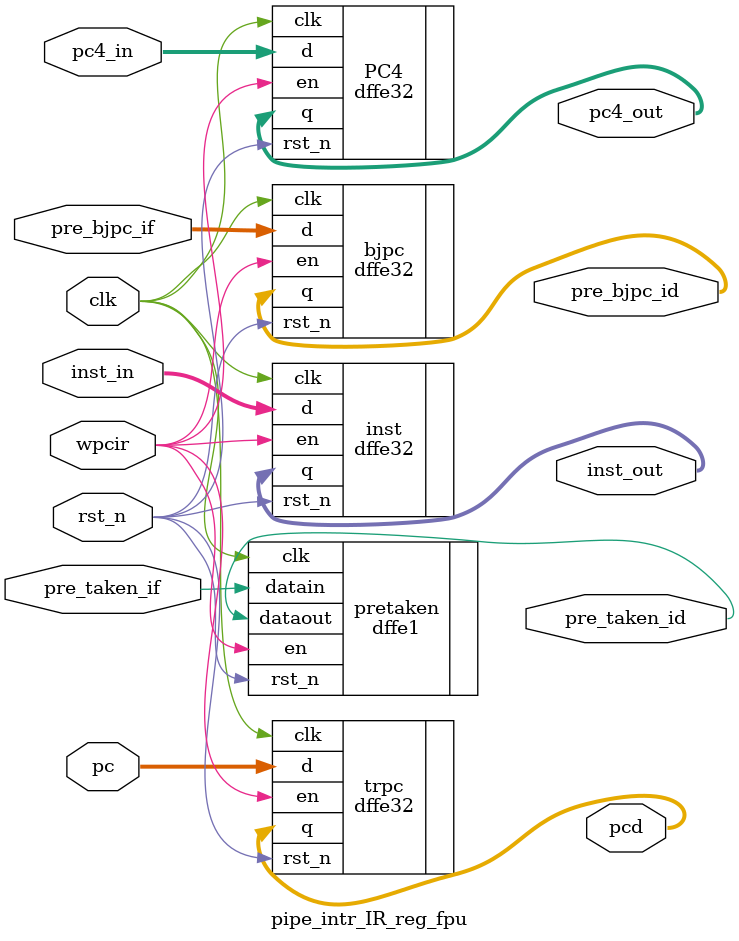
<source format=v>
module pipe_intr_IR_reg_fpu (inst_in,pc4_in,clk,rst_n,wpcir,pc4_out,inst_out,pc,pcd,pre_taken_if,pre_taken_id,pre_bjpc_if,pre_bjpc_id);
	input [31:0] inst_in,pc4_in,pc;
	input clk,rst_n,wpcir;
    input pre_taken_if;
    input [31:0] pre_bjpc_if;
	output [31:0] pc4_out,inst_out,pcd;
    output [31:0] pre_bjpc_id;
    output pre_taken_id;
	
    dffe1 pretaken (.datain(pre_taken_if),.clk(clk),.rst_n(rst_n),.en(wpcir),.dataout(pre_taken_id));
    dffe32 bjpc (.d(pre_bjpc_if),.clk(clk),.rst_n(rst_n),.en(wpcir),.q(pre_bjpc_id));
	dffe32 PC4 (.d(pc4_in),.clk(clk),.rst_n(rst_n),.en(wpcir),.q(pc4_out));
	dffe32 inst (.d(inst_in),.clk(clk),.rst_n(rst_n),.en(wpcir),.q(inst_out));
    dffe32 trpc (.d(pc),.clk(clk),.rst_n(rst_n),.en(wpcir),.q(pcd));
endmodule
</source>
